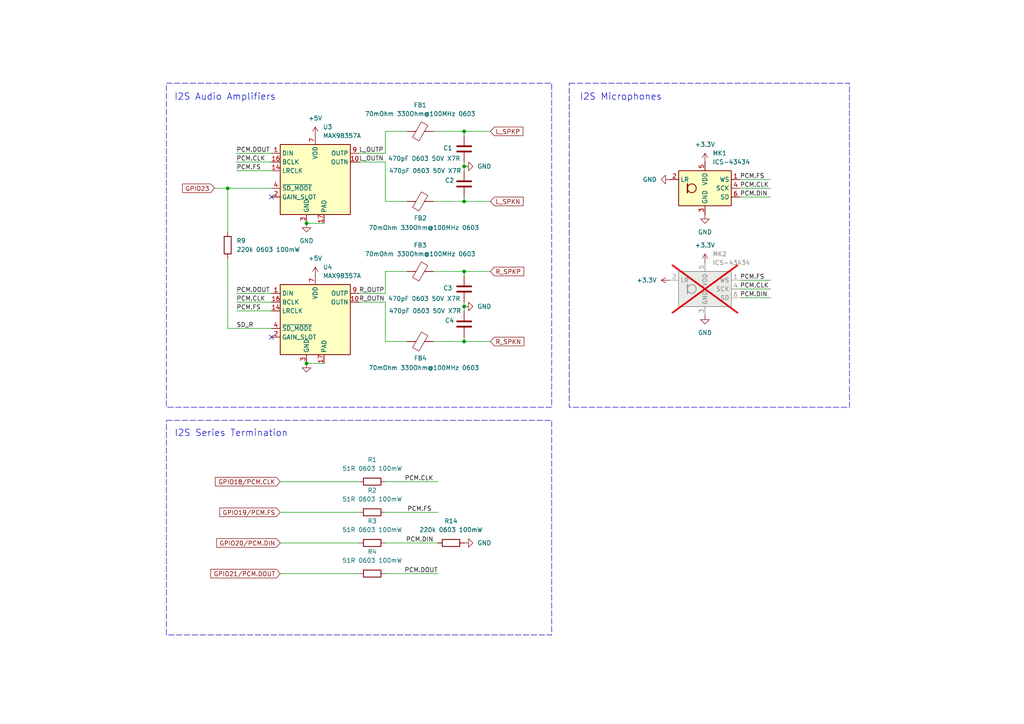
<source format=kicad_sch>
(kicad_sch (version 20231120) (generator "eeschema") (generator_version "8.0")
  (paper "A4")
  (lib_symbols
    (symbol "+3.3V_4" (power) (pin_numbers hide) (pin_names (offset 0) hide)
      (property "Value" "+3.3V" (at 0 3.556 0))
      (symbol "+3.3V_4_0_1"
        (polyline (pts (xy -0.762 1.27) (xy 0 2.54)))
        (polyline (pts (xy 0 0) (xy 0 2.54)))
        (polyline (pts (xy 0 2.54) (xy 0.762 1.27)))
      )
      (symbol "+3.3V_4_1_1"
        (pin power_in line (at 0 0 90) (length 0) (name "~") (number "1"))
      )
    )
    (symbol "+5V_1" (power) (pin_numbers hide) (pin_names (offset 0) hide)
      (property "Value" "+5V" (at 0 3.556 0))
      (symbol "+5V_1_0_1"
        (polyline (pts (xy -0.762 1.27) (xy 0 2.54)))
        (polyline (pts (xy 0 0) (xy 0 2.54)))
        (polyline (pts (xy 0 2.54) (xy 0.762 1.27)))
      )
      (symbol "+5V_1_1_1"
        (pin power_in line (at 0 0 90) (length 0) (name "~") (number "1"))
      )
    )
    (symbol "Audio:MAX98357A"
      (property "Reference" "U" (at -8.89 11.43 0))
      (property "Value" "MAX98357A" (at 10.16 11.43 0))
      (symbol "MAX98357A_1_1"
        (rectangle (start -10.16 10.16) (end 10.16 -10.16) (stroke (width 0.254)) (fill (type background)))
        (pin input line (at -12.7 7.62 0) (length 2.54) (name "DIN") (number "1"))
        (pin output line (at 12.7 5.08 180) (length 2.54) (name "OUTN") (number "10"))
        (pin passive line (at -2.54 -12.7 90) (length 2.54) hide (name "GND") (number "11"))
        (pin no_connect line (at 10.16 -5.08 180) (length 2.54) hide (name "NC") (number "12"))
        (pin no_connect line (at 10.16 -7.62 180) (length 2.54) hide (name "NC") (number "13"))
        (pin input line (at -12.7 2.54 0) (length 2.54) (name "LRCLK") (number "14"))
        (pin passive line (at -2.54 -12.7 90) (length 2.54) hide (name "GND") (number "15"))
        (pin input line (at -12.7 5.08 0) (length 2.54) (name "BCLK") (number "16"))
        (pin unspecified line (at 2.54 -12.7 90) (length 2.54) (name "PAD") (number "17"))
        (pin passive line (at -12.7 -5.08 0) (length 2.54) (name "GAIN_SLOT") (number "2"))
        (pin power_in line (at -2.54 -12.7 90) (length 2.54) (name "GND") (number "3"))
        (pin input line (at -12.7 -2.54 0) (length 2.54) (name "~{SD_MODE}") (number "4"))
        (pin no_connect line (at 10.16 2.54 180) (length 2.54) hide (name "NC") (number "5"))
        (pin no_connect line (at 10.16 0 180) (length 2.54) hide (name "NC") (number "6"))
        (pin power_in line (at 0 12.7 270) (length 2.54) (name "VDD") (number "7"))
        (pin passive line (at 0 12.7 270) (length 2.54) hide (name "VDD") (number "8"))
        (pin output line (at 12.7 7.62 180) (length 2.54) (name "OUTP") (number "9"))
      )
    )
    (symbol "Device:C" (pin_numbers hide) (pin_names (offset 0.254))
      (property "Reference" "C" (at 0.635 2.54 0))
      (property "Value" "C" (at 0.635 -2.54 0))
      (symbol "C_0_1"
        (polyline (pts (xy -2.032 -0.762) (xy 2.032 -0.762)) (stroke (width 0.508)))
        (polyline (pts (xy -2.032 0.762) (xy 2.032 0.762)) (stroke (width 0.508)))
      )
      (symbol "C_1_1"
        (pin passive line (at 0 3.81 270) (length 2.794) (name "~") (number "1"))
        (pin passive line (at 0 -3.81 90) (length 2.794) (name "~") (number "2"))
      )
    )
    (symbol "Device:FerriteBead" (pin_numbers hide) (pin_names (offset 0))
      (property "Reference" "FB" (at -3.81 0.635 90))
      (property "Value" "FerriteBead" (at 3.81 0 90))
      (symbol "FerriteBead_0_1"
        (polyline (pts (xy 0 -1.27) (xy 0 -1.2192)))
        (polyline (pts (xy 0 1.27) (xy 0 1.2954)))
        (polyline (pts (xy -2.7686 0.4064) (xy -1.7018 2.2606) (xy 2.7686 -0.3048) (xy 1.6764 -2.159) (xy -2.7686 0.4064)))
      )
      (symbol "FerriteBead_1_1"
        (pin passive line (at 0 3.81 270) (length 2.54) (name "~") (number "1"))
        (pin passive line (at 0 -3.81 90) (length 2.54) (name "~") (number "2"))
      )
    )
    (symbol "Device:R" (pin_numbers hide) (pin_names (offset 0))
      (property "Reference" "R" (at 2.032 0 90))
      (property "Value" "R" (at 0 0 90))
      (symbol "R_0_1"
        (rectangle (start -1.016 -2.54) (end 1.016 2.54) (stroke (width 0.254)))
      )
      (symbol "R_1_1"
        (pin passive line (at 0 3.81 270) (length 1.27) (name "~") (number "1"))
        (pin passive line (at 0 -3.81 90) (length 1.27) (name "~") (number "2"))
      )
    )
    (symbol "GND_5" (power) (pin_numbers hide) (pin_names (offset 0) hide)
      (property "Value" "GND" (at 0 -3.81 0))
      (symbol "GND_5_0_1"
        (polyline (pts (xy 0 0) (xy 0 -1.27) (xy 1.27 -1.27) (xy 0 -2.54) (xy -1.27 -1.27) (xy 0 -1.27)))
      )
      (symbol "GND_5_1_1"
        (pin power_in line (at 0 0 270) (length 0) (name "~") (number "1"))
      )
    )
    (symbol "GND_6" (power) (pin_numbers hide) (pin_names (offset 0) hide)
      (property "Value" "GND" (at 0 -3.81 0))
      (symbol "GND_6_0_1"
        (polyline (pts (xy 0 0) (xy 0 -1.27) (xy 1.27 -1.27) (xy 0 -2.54) (xy -1.27 -1.27) (xy 0 -1.27)))
      )
      (symbol "GND_6_1_1"
        (pin power_in line (at 0 0 270) (length 0) (name "~") (number "1"))
      )
    )
    (symbol "GND_7" (power) (pin_numbers hide) (pin_names (offset 0) hide)
      (property "Value" "GND" (at 0 -3.81 0))
      (symbol "GND_7_0_1"
        (polyline (pts (xy 0 0) (xy 0 -1.27) (xy 1.27 -1.27) (xy 0 -2.54) (xy -1.27 -1.27) (xy 0 -1.27)))
      )
      (symbol "GND_7_1_1"
        (pin power_in line (at 0 0 270) (length 0) (name "~") (number "1"))
      )
    )
    (symbol "GND_8" (power) (pin_numbers hide) (pin_names (offset 0) hide)
      (property "Value" "GND" (at 0 -3.81 0))
      (symbol "GND_8_0_1"
        (polyline (pts (xy 0 0) (xy 0 -1.27) (xy 1.27 -1.27) (xy 0 -2.54) (xy -1.27 -1.27) (xy 0 -1.27)))
      )
      (symbol "GND_8_1_1"
        (pin power_in line (at 0 0 270) (length 0) (name "~") (number "1"))
      )
    )
    (symbol "GND_9" (power) (pin_numbers hide) (pin_names (offset 0) hide)
      (property "Value" "GND" (at 0 -3.81 0))
      (symbol "GND_9_0_1"
        (polyline (pts (xy 0 0) (xy 0 -1.27) (xy 1.27 -1.27) (xy 0 -2.54) (xy -1.27 -1.27) (xy 0 -1.27)))
      )
      (symbol "GND_9_1_1"
        (pin power_in line (at 0 0 270) (length 0) (name "~") (number "1"))
      )
    )
    (symbol "Sensor_Audio:ICS-43434"
      (property "Reference" "MK" (at -7.62 6.35 0))
      (property "Value" "ICS-43434" (at 1.27 6.35 0))
      (symbol "ICS-43434_1_1"
        (rectangle (start -7.62 5.08) (end 7.62 -5.08) (stroke (width 0.254)) (fill (type background)))
        (circle (center -3.81 0) (radius 1.27) (stroke (width 0.254)))
        (polyline (pts (xy -5.08 1.27) (xy -5.08 -1.27)) (stroke (width 0.381)))
        (pin input line (at 10.16 2.54 180) (length 2.54) (name "WS") (number "1"))
        (pin input line (at -10.16 2.54 0) (length 2.54) (name "LR") (number "2"))
        (pin power_in line (at 0 -7.62 90) (length 2.54) (name "GND") (number "3"))
        (pin input line (at 10.16 0 180) (length 2.54) (name "SCK") (number "4"))
        (pin power_in line (at 0 7.62 270) (length 2.54) (name "VDD") (number "5"))
        (pin output line (at 10.16 -2.54 180) (length 2.54) (name "SD") (number "6"))
      )
    )
  )
  (junction (at 134.62 88.9))
  (junction (at 134.62 38.1))
  (junction (at 66.04 54.61))
  (junction (at 88.9 64.77))
  (junction (at 134.62 99.06))
  (junction (at 134.62 78.74))
  (junction (at 134.62 48.26))
  (junction (at 134.62 58.42))
  (junction (at 88.9 105.41))
  (no_connect (at 78.74 97.79))
  (no_connect (at 78.74 57.15))
  (wire (pts (xy 111.76 78.74) (xy 118.11 78.74)))
  (wire (pts (xy 104.14 87.63) (xy 111.76 87.63)))
  (wire (pts (xy 142.24 99.06) (xy 134.62 99.06)))
  (wire (pts (xy 66.04 54.61) (xy 78.74 54.61)))
  (wire (pts (xy 134.62 48.26) (xy 134.62 49.53)))
  (wire (pts (xy 214.63 81.28) (xy 223.52 81.28)))
  (wire (pts (xy 134.62 99.06) (xy 134.62 97.79)))
  (wire (pts (xy 81.28 139.7) (xy 104.14 139.7)))
  (wire (pts (xy 62.23 54.61) (xy 66.04 54.61)))
  (wire (pts (xy 125.73 58.42) (xy 134.62 58.42)))
  (wire (pts (xy 125.73 78.74) (xy 134.62 78.74)))
  (wire (pts (xy 125.73 99.06) (xy 134.62 99.06)))
  (wire (pts (xy 111.76 148.59) (xy 127 148.59)))
  (wire (pts (xy 214.63 83.82) (xy 223.52 83.82)))
  (wire (pts (xy 111.76 38.1) (xy 111.76 44.45)))
  (wire (pts (xy 142.24 58.42) (xy 134.62 58.42)))
  (wire (pts (xy 88.9 64.77) (xy 93.98 64.77)))
  (wire (pts (xy 111.76 44.45) (xy 104.14 44.45)))
  (wire (pts (xy 134.62 58.42) (xy 134.62 57.15)))
  (wire (pts (xy 111.76 78.74) (xy 111.76 85.09)))
  (wire (pts (xy 68.58 49.53) (xy 78.74 49.53)))
  (wire (pts (xy 111.76 58.42) (xy 118.11 58.42)))
  (wire (pts (xy 104.14 46.99) (xy 111.76 46.99)))
  (wire (pts (xy 111.76 166.37) (xy 127 166.37)))
  (wire (pts (xy 88.9 105.41) (xy 93.98 105.41)))
  (wire (pts (xy 214.63 86.36) (xy 223.52 86.36)))
  (wire (pts (xy 134.62 46.99) (xy 134.62 48.26)))
  (wire (pts (xy 68.58 87.63) (xy 78.74 87.63)))
  (wire (pts (xy 134.62 38.1) (xy 134.62 39.37)))
  (wire (pts (xy 214.63 54.61) (xy 223.52 54.61)))
  (wire (pts (xy 81.28 166.37) (xy 104.14 166.37)))
  (wire (pts (xy 134.62 88.9) (xy 134.62 90.17)))
  (wire (pts (xy 125.73 38.1) (xy 134.62 38.1)))
  (wire (pts (xy 111.76 46.99) (xy 111.76 58.42)))
  (wire (pts (xy 111.76 99.06) (xy 118.11 99.06)))
  (wire (pts (xy 134.62 78.74) (xy 134.62 80.01)))
  (wire (pts (xy 68.58 44.45) (xy 78.74 44.45)))
  (wire (pts (xy 104.14 148.59) (xy 81.28 148.59)))
  (wire (pts (xy 111.76 38.1) (xy 118.11 38.1)))
  (wire (pts (xy 68.58 85.09) (xy 78.74 85.09)))
  (wire (pts (xy 81.28 157.48) (xy 104.14 157.48)))
  (wire (pts (xy 68.58 90.17) (xy 78.74 90.17)))
  (wire (pts (xy 66.04 95.25) (xy 78.74 95.25)))
  (wire (pts (xy 111.76 157.48) (xy 127 157.48)))
  (wire (pts (xy 68.58 46.99) (xy 78.74 46.99)))
  (wire (pts (xy 134.62 87.63) (xy 134.62 88.9)))
  (wire (pts (xy 111.76 87.63) (xy 111.76 99.06)))
  (wire (pts (xy 66.04 74.93) (xy 66.04 95.25)))
  (wire (pts (xy 142.24 78.74) (xy 134.62 78.74)))
  (wire (pts (xy 214.63 57.15) (xy 223.52 57.15)))
  (wire (pts (xy 66.04 67.31) (xy 66.04 54.61)))
  (wire (pts (xy 111.76 139.7) (xy 127 139.7)))
  (wire (pts (xy 142.24 38.1) (xy 134.62 38.1)))
  (wire (pts (xy 111.76 85.09) (xy 104.14 85.09)))
  (wire (pts (xy 214.63 52.07) (xy 223.52 52.07)))
  (rectangle (start 48.26 121.92) (end 160.02 184.15) (stroke (width 0) (type dash)))
  (rectangle (start 165.1 24.13) (end 246.38 118.11) (stroke (width 0) (type dash)))
  (rectangle (start 48.26 24.13) (end 160.02 118.11) (stroke (width 0) (type dash)))
  (text "I2S Audio Amplifiers" (at 65.278 28.194 0) (effects (font (size 1.905 1.905))))
  (text "I2S Microphones" (at 180.086 28.194 0) (effects (font (size 1.905 1.905))))
  (text "I2S Series Termination" (at 67.056 125.73 0) (effects (font (size 1.905 1.905))))
  (label "PCM.DOUT" (at 68.58 44.45 0))
  (label "R_OUTN" (at 104.14 87.63 0))
  (label "PCM.CLK" (at 214.63 83.82 0))
  (label "PCM.CLK" (at 68.58 87.63 0))
  (label "R_OUTP" (at 104.14 85.09 0))
  (label "PCM.FS" (at 68.58 49.53 0))
  (label "PCM.DOUT" (at 127 166.37 180))
  (label "PCM.FS" (at 214.63 81.28 0))
  (label "SD_R" (at 68.58 95.25 0))
  (label "PCM.FS" (at 214.63 52.07 0))
  (label "PCM.CLK" (at 125.73 139.7 180))
  (label "PCM.DIN" (at 214.63 86.36 0))
  (label "PCM.FS" (at 118.11 148.59 0))
  (label "PCM.DOUT" (at 68.58 85.09 0))
  (label "L_OUTN" (at 104.14 46.99 0))
  (label "PCM.CLK" (at 68.58 46.99 0))
  (label "PCM.DIN" (at 214.63 57.15 0))
  (label "PCM.DIN" (at 125.73 157.48 180))
  (label "L_OUTP" (at 104.14 44.45 0))
  (label "PCM.FS" (at 68.58 90.17 0))
  (label "PCM.CLK" (at 214.63 54.61 0))
  (global_label "R_SPKP" (shape input) (at 142.24 78.74 0) (property "Intersheetrefs" "${INTERSHEET_REFS}" (effects (hide yes))))
  (global_label "GPIO18{slash}PCM.CLK" (shape input) (at 81.28 139.7 180) (property "Intersheetrefs" "${INTERSHEET_REFS}" (effects (hide yes))))
  (global_label "GPIO23" (shape input) (at 62.23 54.61 180) (property "Intersheetrefs" "${INTERSHEET_REFS}" (effects (hide yes))))
  (global_label "L_SPKN" (shape input) (at 142.24 58.42 0) (property "Intersheetrefs" "${INTERSHEET_REFS}" (effects (hide yes))))
  (global_label "GPIO20{slash}PCM.DIN" (shape input) (at 81.28 157.48 180) (property "Intersheetrefs" "${INTERSHEET_REFS}" (effects (hide yes))))
  (global_label "GPIO19{slash}PCM.FS" (shape input) (at 81.28 148.59 180) (property "Intersheetrefs" "${INTERSHEET_REFS}" (effects (hide yes))))
  (global_label "R_SPKN" (shape input) (at 142.24 99.06 0) (property "Intersheetrefs" "${INTERSHEET_REFS}" (effects (hide yes))))
  (global_label "L_SPKP" (shape input) (at 142.24 38.1 0) (property "Intersheetrefs" "${INTERSHEET_REFS}" (effects (hide yes))))
  (global_label "GPIO21{slash}PCM.DOUT" (shape input) (at 81.28 166.37 180) (property "Intersheetrefs" "${INTERSHEET_REFS}" (effects (hide yes))))
  (symbol (lib_id "Device:R") (at 130.81 157.48 90) (unit 1)
    (property "Reference" "R14" (at 130.81 151.13 90))
    (property "Value" "220k 0603 100mW" (at 130.81 153.67 90))
    (property "Footprint" "Resistor_SMD:R_0603_1608Metric" (effects (hide yes)))
    (property "Description" "Resistor" (effects (hide yes)))
  )
  (symbol (lib_name "+3.3V_4") (lib_id "power:+3.3V") (at 204.47 76.2 0) (unit 1)
    (property "Reference" "#PWR026" (effects (hide yes)))
    (property "Value" "+3.3V" (at 204.47 71.12 0))
    (property "Description" "Power symbol creates a global label with name \"+3.3V\"" (effects (hide yes)))
  )
  (symbol (lib_id "Device:R") (at 107.95 148.59 90) (unit 1)
    (property "Reference" "R2" (at 107.95 142.24 90))
    (property "Value" "51R 0603 100mW" (at 107.95 144.78 90))
    (property "Footprint" "Resistor_SMD:R_0603_1608Metric" (effects (hide yes)))
    (property "Description" "Resistor" (effects (hide yes)))
  )
  (symbol (lib_id "Device:R") (at 107.95 139.7 90) (unit 1)
    (property "Reference" "R1" (at 107.95 133.35 90))
    (property "Value" "51R 0603 100mW" (at 107.95 135.89 90))
    (property "Footprint" "Resistor_SMD:R_0603_1608Metric" (effects (hide yes)))
    (property "Description" "Resistor" (effects (hide yes)))
  )
  (symbol (lib_id "Device:R") (at 66.04 71.12 180) (unit 1)
    (property "Reference" "R9" (at 68.58 69.8499 0) (effects (justify right)))
    (property "Value" "220k 0603 100mW" (at 68.58 72.3899 0) (effects (justify right)))
    (property "Footprint" "Resistor_SMD:R_0603_1608Metric" (effects (hide yes)))
    (property "Description" "Resistor" (effects (hide yes)))
  )
  (symbol (lib_name "GND_8") (lib_id "power:GND") (at 134.62 88.9 90) (unit 1)
    (property "Reference" "#PWR018" (effects (hide yes)))
    (property "Value" "GND" (at 138.43 88.8999 90) (effects (justify right)))
    (property "Description" "Power symbol creates a global label with name \"GND\" , ground" (effects (hide yes)))
  )
  (symbol (lib_name "GND_6") (lib_id "power:GND") (at 194.31 52.07 270) (unit 1)
    (property "Reference" "#PWR019" (effects (hide yes)))
    (property "Value" "GND" (at 190.5 52.0699 90) (effects (justify right)))
    (property "Description" "Power symbol creates a global label with name \"GND\" , ground" (effects (hide yes)))
  )
  (symbol (lib_id "Device:FerriteBead") (at 121.92 78.74 90) (unit 1)
    (property "Reference" "FB3" (at 121.8692 71.12 90))
    (property "Value" "70mOhm 330Ohm@100MHz 0603" (at 121.8692 73.66 90))
    (property "Footprint" "Inductor_SMD:L_0603_1608Metric" (effects (hide yes)))
    (property "Description" "Ferrite bead" (effects (hide yes)))
  )
  (symbol (lib_id "Audio:MAX98357A") (at 91.44 92.71 0) (unit 1)
    (property "Reference" "U4" (at 93.6341 77.47 0) (effects (justify left)))
    (property "Value" "MAX98357A" (at 93.6341 80.01 0) (effects (justify left)))
    (property "Footprint" "Package_DFN_QFN:TQFN-16-1EP_3x3mm_P0.5mm_EP1.23x1.23mm" (effects (hide yes)))
    (property "Datasheet" "https://www.analog.com/media/en/technical-documentation/data-sheets/MAX98357A-MAX98357B.pdf" (effects (hide yes)))
    (property "Description" "Mono DAC with amplifier, I2S, PCM, TDM, 32-bit, 96khz, 3.2W, TQFP-16" (effects (hide yes)))
  )
  (symbol (lib_name "+3.3V_4") (lib_id "power:+3.3V") (at 204.47 46.99 0) (unit 1)
    (property "Reference" "#PWR021" (effects (hide yes)))
    (property "Value" "+3.3V" (at 204.47 41.91 0))
    (property "Description" "Power symbol creates a global label with name \"+3.3V\"" (effects (hide yes)))
  )
  (symbol (lib_name "GND_7") (lib_id "power:GND") (at 88.9 105.41 0) (unit 1)
    (property "Reference" "#PWR025" (effects (hide yes)))
    (property "Value" "GND" (effects (hide yes)))
    (property "Description" "Power symbol creates a global label with name \"GND\" , ground" (effects (hide yes)))
  )
  (symbol (lib_id "Device:R") (at 107.95 166.37 90) (unit 1)
    (property "Reference" "R4" (at 107.95 160.02 90))
    (property "Value" "51R 0603 100mW" (at 107.95 162.56 90))
    (property "Footprint" "Resistor_SMD:R_0603_1608Metric" (effects (hide yes)))
    (property "Description" "Resistor" (effects (hide yes)))
  )
  (symbol (lib_id "Device:FerriteBead") (at 121.92 99.06 90) (unit 1)
    (property "Reference" "FB4" (at 121.92 103.886 90))
    (property "Value" "70mOhm 330Ohm@100MHz 0603" (at 122.936 106.68 90))
    (property "Footprint" "Inductor_SMD:L_0603_1608Metric" (effects (hide yes)))
    (property "Description" "Ferrite bead" (effects (hide yes)))
  )
  (symbol (lib_id "Device:R") (at 107.95 157.48 90) (unit 1)
    (property "Reference" "R3" (at 107.95 151.13 90))
    (property "Value" "51R 0603 100mW" (at 107.95 153.67 90))
    (property "Footprint" "Resistor_SMD:R_0603_1608Metric" (effects (hide yes)))
    (property "Description" "Resistor" (effects (hide yes)))
  )
  (symbol (lib_id "Device:C") (at 134.62 53.34 0) (unit 1)
    (property "Reference" "C2" (at 129.032 52.324 0) (effects (justify left)))
    (property "Value" "470pF 0603 50V X7R" (at 112.776 49.53 0) (effects (justify left)))
    (property "Footprint" "Capacitor_SMD:C_0603_1608Metric" (effects (hide yes)))
    (property "Description" "Unpolarized capacitor" (effects (hide yes)))
  )
  (symbol (lib_name "GND_7") (lib_id "power:GND") (at 88.9 64.77 0) (unit 1)
    (property "Reference" "#PWR014" (effects (hide yes)))
    (property "Value" "GND" (at 88.9 69.85 0))
    (property "Description" "Power symbol creates a global label with name \"GND\" , ground" (effects (hide yes)))
  )
  (symbol (lib_id "Device:FerriteBead") (at 121.92 58.42 90) (unit 1)
    (property "Reference" "FB2" (at 121.92 63.246 90))
    (property "Value" "70mOhm 330Ohm@100MHz 0603" (at 122.936 66.04 90))
    (property "Footprint" "Inductor_SMD:L_0603_1608Metric" (effects (hide yes)))
    (property "Description" "Ferrite bead" (effects (hide yes)))
  )
  (symbol (lib_id "Audio:MAX98357A") (at 91.44 52.07 0) (unit 1)
    (property "Reference" "U3" (at 93.6341 36.83 0) (effects (justify left)))
    (property "Value" "MAX98357A" (at 93.6341 39.37 0) (effects (justify left)))
    (property "Footprint" "Package_DFN_QFN:TQFN-16-1EP_3x3mm_P0.5mm_EP1.23x1.23mm" (effects (hide yes)))
    (property "Datasheet" "https://www.analog.com/media/en/technical-documentation/data-sheets/MAX98357A-MAX98357B.pdf" (effects (hide yes)))
    (property "Description" "Mono DAC with amplifier, I2S, PCM, TDM, 32-bit, 96khz, 3.2W, TQFP-16" (effects (hide yes)))
  )
  (symbol (lib_name "+3.3V_4") (lib_id "power:+3.3V") (at 194.31 81.28 90) (unit 1)
    (property "Reference" "#PWR020" (effects (hide yes)))
    (property "Value" "+3.3V" (at 190.5 81.2799 90) (effects (justify left)))
    (property "Description" "Power symbol creates a global label with name \"+3.3V\"" (effects (hide yes)))
  )
  (symbol (lib_id "Sensor_Audio:ICS-43434") (at 204.47 54.61 0) (unit 1)
    (property "Reference" "MK1" (at 206.6641 44.45 0) (effects (justify left)))
    (property "Value" "ICS-43434" (at 206.6641 46.99 0) (effects (justify left)))
    (property "Footprint" "Sensor_Audio:InvenSense_ICS-43434-6_3.5x2.65mm" (effects (hide yes)))
    (property "Datasheet" "https://www.invensense.com/wp-content/uploads/2016/02/DS-000069-ICS-43434-v1.2.pdf" (effects (hide yes)))
    (property "Description" "TDK InvenSense MEMS Microphone, 24-bit I2S, 65 dBA SNR, LGA-6" (effects (hide yes)))
  )
  (symbol (lib_id "Device:C") (at 134.62 43.18 0) (unit 1)
    (property "Reference" "C1" (at 128.524 42.926 0) (effects (justify left)))
    (property "Value" "470pF 0603 50V X7R" (at 112.522 45.974 0) (effects (justify left)))
    (property "Footprint" "Capacitor_SMD:C_0603_1608Metric" (effects (hide yes)))
    (property "Description" "Unpolarized capacitor" (effects (hide yes)))
  )
  (symbol (lib_name "GND_5") (lib_id "power:GND") (at 204.47 62.23 0) (unit 1)
    (property "Reference" "#PWR024" (effects (hide yes)))
    (property "Value" "GND" (at 204.47 67.31 0))
    (property "Description" "Power symbol creates a global label with name \"GND\" , ground" (effects (hide yes)))
  )
  (symbol (lib_name "+5V_1") (lib_id "power:+5V") (at 91.44 39.37 0) (unit 1)
    (property "Reference" "#PWR015" (effects (hide yes)))
    (property "Value" "+5V" (at 91.44 34.29 0))
    (property "Description" "Power symbol creates a global label with name \"+5V\"" (effects (hide yes)))
  )
  (symbol (lib_name "GND_9") (lib_id "power:GND") (at 134.62 157.48 90) (unit 1)
    (property "Reference" "#PWR028" (effects (hide yes)))
    (property "Value" "GND" (at 138.43 157.4799 90) (effects (justify right)))
    (property "Description" "Power symbol creates a global label with name \"GND\" , ground" (effects (hide yes)))
  )
  (symbol (lib_name "+5V_1") (lib_id "power:+5V") (at 91.44 80.01 0) (unit 1)
    (property "Reference" "#PWR016" (effects (hide yes)))
    (property "Value" "+5V" (at 91.44 74.93 0))
    (property "Description" "Power symbol creates a global label with name \"+5V\"" (effects (hide yes)))
  )
  (symbol (lib_id "Sensor_Audio:ICS-43434") (at 204.47 83.82 0) (unit 1) (dnp yes)
    (property "Reference" "MK2" (at 206.6641 73.66 0) (effects (justify left)))
    (property "Value" "ICS-43434" (at 206.6641 76.2 0) (effects (justify left)))
    (property "Footprint" "Sensor_Audio:InvenSense_ICS-43434-6_3.5x2.65mm" (effects (hide yes)))
    (property "Datasheet" "https://www.invensense.com/wp-content/uploads/2016/02/DS-000069-ICS-43434-v1.2.pdf" (effects (hide yes)))
    (property "Description" "TDK InvenSense MEMS Microphone, 24-bit I2S, 65 dBA SNR, LGA-6" (effects (hide yes)))
  )
  (symbol (lib_id "Device:FerriteBead") (at 121.92 38.1 90) (unit 1)
    (property "Reference" "FB1" (at 121.8692 30.48 90))
    (property "Value" "70mOhm 330Ohm@100MHz 0603" (at 121.8692 33.02 90))
    (property "Footprint" "Inductor_SMD:L_0603_1608Metric" (effects (hide yes)))
    (property "Description" "Ferrite bead" (effects (hide yes)))
  )
  (symbol (lib_name "GND_5") (lib_id "power:GND") (at 204.47 91.44 0) (unit 1)
    (property "Reference" "#PWR027" (effects (hide yes)))
    (property "Value" "GND" (at 204.47 96.52 0))
    (property "Description" "Power symbol creates a global label with name \"GND\" , ground" (effects (hide yes)))
  )
  (symbol (lib_name "GND_8") (lib_id "power:GND") (at 134.62 48.26 90) (unit 1)
    (property "Reference" "#PWR017" (effects (hide yes)))
    (property "Value" "GND" (at 138.43 48.2599 90) (effects (justify right)))
    (property "Description" "Power symbol creates a global label with name \"GND\" , ground" (effects (hide yes)))
  )
  (symbol (lib_id "Device:C") (at 134.62 83.82 0) (unit 1)
    (property "Reference" "C3" (at 128.524 83.566 0) (effects (justify left)))
    (property "Value" "470pF 0603 50V X7R" (at 112.522 86.614 0) (effects (justify left)))
    (property "Footprint" "Capacitor_SMD:C_0603_1608Metric" (effects (hide yes)))
    (property "Description" "Unpolarized capacitor" (effects (hide yes)))
  )
  (symbol (lib_id "Device:C") (at 134.62 93.98 0) (unit 1)
    (property "Reference" "C4" (at 129.032 92.964 0) (effects (justify left)))
    (property "Value" "470pF 0603 50V X7R" (at 112.776 90.17 0) (effects (justify left)))
    (property "Footprint" "Capacitor_SMD:C_0603_1608Metric" (effects (hide yes)))
    (property "Description" "Unpolarized capacitor" (effects (hide yes)))
  )
)
</source>
